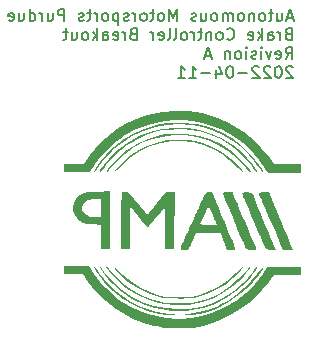
<source format=gbr>
%TF.GenerationSoftware,KiCad,Pcbnew,6.0.4-6f826c9f35~116~ubuntu20.04.1*%
%TF.CreationDate,2022-04-11T15:29:44-04:00*%
%TF.ProjectId,Brake Controller,4272616b-6520-4436-9f6e-74726f6c6c65,A*%
%TF.SameCoordinates,Original*%
%TF.FileFunction,Legend,Bot*%
%TF.FilePolarity,Positive*%
%FSLAX46Y46*%
G04 Gerber Fmt 4.6, Leading zero omitted, Abs format (unit mm)*
G04 Created by KiCad (PCBNEW 6.0.4-6f826c9f35~116~ubuntu20.04.1) date 2022-04-11 15:29:44*
%MOMM*%
%LPD*%
G01*
G04 APERTURE LIST*
%ADD10C,0.150000*%
G04 APERTURE END LIST*
D10*
X154652023Y-91731666D02*
X154175833Y-91731666D01*
X154747261Y-92017380D02*
X154413928Y-91017380D01*
X154080595Y-92017380D01*
X153318690Y-91350714D02*
X153318690Y-92017380D01*
X153747261Y-91350714D02*
X153747261Y-91874523D01*
X153699642Y-91969761D01*
X153604404Y-92017380D01*
X153461547Y-92017380D01*
X153366309Y-91969761D01*
X153318690Y-91922142D01*
X152985357Y-91350714D02*
X152604404Y-91350714D01*
X152842500Y-91017380D02*
X152842500Y-91874523D01*
X152794880Y-91969761D01*
X152699642Y-92017380D01*
X152604404Y-92017380D01*
X152128214Y-92017380D02*
X152223452Y-91969761D01*
X152271071Y-91922142D01*
X152318690Y-91826904D01*
X152318690Y-91541190D01*
X152271071Y-91445952D01*
X152223452Y-91398333D01*
X152128214Y-91350714D01*
X151985357Y-91350714D01*
X151890119Y-91398333D01*
X151842500Y-91445952D01*
X151794880Y-91541190D01*
X151794880Y-91826904D01*
X151842500Y-91922142D01*
X151890119Y-91969761D01*
X151985357Y-92017380D01*
X152128214Y-92017380D01*
X151366309Y-91350714D02*
X151366309Y-92017380D01*
X151366309Y-91445952D02*
X151318690Y-91398333D01*
X151223452Y-91350714D01*
X151080595Y-91350714D01*
X150985357Y-91398333D01*
X150937738Y-91493571D01*
X150937738Y-92017380D01*
X150318690Y-92017380D02*
X150413928Y-91969761D01*
X150461547Y-91922142D01*
X150509166Y-91826904D01*
X150509166Y-91541190D01*
X150461547Y-91445952D01*
X150413928Y-91398333D01*
X150318690Y-91350714D01*
X150175833Y-91350714D01*
X150080595Y-91398333D01*
X150032976Y-91445952D01*
X149985357Y-91541190D01*
X149985357Y-91826904D01*
X150032976Y-91922142D01*
X150080595Y-91969761D01*
X150175833Y-92017380D01*
X150318690Y-92017380D01*
X149556785Y-92017380D02*
X149556785Y-91350714D01*
X149556785Y-91445952D02*
X149509166Y-91398333D01*
X149413928Y-91350714D01*
X149271071Y-91350714D01*
X149175833Y-91398333D01*
X149128214Y-91493571D01*
X149128214Y-92017380D01*
X149128214Y-91493571D02*
X149080595Y-91398333D01*
X148985357Y-91350714D01*
X148842500Y-91350714D01*
X148747261Y-91398333D01*
X148699642Y-91493571D01*
X148699642Y-92017380D01*
X148080595Y-92017380D02*
X148175833Y-91969761D01*
X148223452Y-91922142D01*
X148271071Y-91826904D01*
X148271071Y-91541190D01*
X148223452Y-91445952D01*
X148175833Y-91398333D01*
X148080595Y-91350714D01*
X147937738Y-91350714D01*
X147842500Y-91398333D01*
X147794880Y-91445952D01*
X147747261Y-91541190D01*
X147747261Y-91826904D01*
X147794880Y-91922142D01*
X147842500Y-91969761D01*
X147937738Y-92017380D01*
X148080595Y-92017380D01*
X146890119Y-91350714D02*
X146890119Y-92017380D01*
X147318690Y-91350714D02*
X147318690Y-91874523D01*
X147271071Y-91969761D01*
X147175833Y-92017380D01*
X147032976Y-92017380D01*
X146937738Y-91969761D01*
X146890119Y-91922142D01*
X146461547Y-91969761D02*
X146366309Y-92017380D01*
X146175833Y-92017380D01*
X146080595Y-91969761D01*
X146032976Y-91874523D01*
X146032976Y-91826904D01*
X146080595Y-91731666D01*
X146175833Y-91684047D01*
X146318690Y-91684047D01*
X146413928Y-91636428D01*
X146461547Y-91541190D01*
X146461547Y-91493571D01*
X146413928Y-91398333D01*
X146318690Y-91350714D01*
X146175833Y-91350714D01*
X146080595Y-91398333D01*
X144842500Y-92017380D02*
X144842500Y-91017380D01*
X144509166Y-91731666D01*
X144175833Y-91017380D01*
X144175833Y-92017380D01*
X143556785Y-92017380D02*
X143652023Y-91969761D01*
X143699642Y-91922142D01*
X143747261Y-91826904D01*
X143747261Y-91541190D01*
X143699642Y-91445952D01*
X143652023Y-91398333D01*
X143556785Y-91350714D01*
X143413928Y-91350714D01*
X143318690Y-91398333D01*
X143271071Y-91445952D01*
X143223452Y-91541190D01*
X143223452Y-91826904D01*
X143271071Y-91922142D01*
X143318690Y-91969761D01*
X143413928Y-92017380D01*
X143556785Y-92017380D01*
X142937738Y-91350714D02*
X142556785Y-91350714D01*
X142794880Y-91017380D02*
X142794880Y-91874523D01*
X142747261Y-91969761D01*
X142652023Y-92017380D01*
X142556785Y-92017380D01*
X142080595Y-92017380D02*
X142175833Y-91969761D01*
X142223452Y-91922142D01*
X142271071Y-91826904D01*
X142271071Y-91541190D01*
X142223452Y-91445952D01*
X142175833Y-91398333D01*
X142080595Y-91350714D01*
X141937738Y-91350714D01*
X141842500Y-91398333D01*
X141794880Y-91445952D01*
X141747261Y-91541190D01*
X141747261Y-91826904D01*
X141794880Y-91922142D01*
X141842500Y-91969761D01*
X141937738Y-92017380D01*
X142080595Y-92017380D01*
X141318690Y-92017380D02*
X141318690Y-91350714D01*
X141318690Y-91541190D02*
X141271071Y-91445952D01*
X141223452Y-91398333D01*
X141128214Y-91350714D01*
X141032976Y-91350714D01*
X140747261Y-91969761D02*
X140652023Y-92017380D01*
X140461547Y-92017380D01*
X140366309Y-91969761D01*
X140318690Y-91874523D01*
X140318690Y-91826904D01*
X140366309Y-91731666D01*
X140461547Y-91684047D01*
X140604404Y-91684047D01*
X140699642Y-91636428D01*
X140747261Y-91541190D01*
X140747261Y-91493571D01*
X140699642Y-91398333D01*
X140604404Y-91350714D01*
X140461547Y-91350714D01*
X140366309Y-91398333D01*
X139890119Y-91350714D02*
X139890119Y-92350714D01*
X139890119Y-91398333D02*
X139794880Y-91350714D01*
X139604404Y-91350714D01*
X139509166Y-91398333D01*
X139461547Y-91445952D01*
X139413928Y-91541190D01*
X139413928Y-91826904D01*
X139461547Y-91922142D01*
X139509166Y-91969761D01*
X139604404Y-92017380D01*
X139794880Y-92017380D01*
X139890119Y-91969761D01*
X138842500Y-92017380D02*
X138937738Y-91969761D01*
X138985357Y-91922142D01*
X139032976Y-91826904D01*
X139032976Y-91541190D01*
X138985357Y-91445952D01*
X138937738Y-91398333D01*
X138842500Y-91350714D01*
X138699642Y-91350714D01*
X138604404Y-91398333D01*
X138556785Y-91445952D01*
X138509166Y-91541190D01*
X138509166Y-91826904D01*
X138556785Y-91922142D01*
X138604404Y-91969761D01*
X138699642Y-92017380D01*
X138842500Y-92017380D01*
X138080595Y-92017380D02*
X138080595Y-91350714D01*
X138080595Y-91541190D02*
X138032976Y-91445952D01*
X137985357Y-91398333D01*
X137890119Y-91350714D01*
X137794880Y-91350714D01*
X137604404Y-91350714D02*
X137223452Y-91350714D01*
X137461547Y-91017380D02*
X137461547Y-91874523D01*
X137413928Y-91969761D01*
X137318690Y-92017380D01*
X137223452Y-92017380D01*
X136937738Y-91969761D02*
X136842500Y-92017380D01*
X136652023Y-92017380D01*
X136556785Y-91969761D01*
X136509166Y-91874523D01*
X136509166Y-91826904D01*
X136556785Y-91731666D01*
X136652023Y-91684047D01*
X136794880Y-91684047D01*
X136890119Y-91636428D01*
X136937738Y-91541190D01*
X136937738Y-91493571D01*
X136890119Y-91398333D01*
X136794880Y-91350714D01*
X136652023Y-91350714D01*
X136556785Y-91398333D01*
X135318690Y-92017380D02*
X135318690Y-91017380D01*
X134937738Y-91017380D01*
X134842500Y-91065000D01*
X134794880Y-91112619D01*
X134747261Y-91207857D01*
X134747261Y-91350714D01*
X134794880Y-91445952D01*
X134842500Y-91493571D01*
X134937738Y-91541190D01*
X135318690Y-91541190D01*
X133890119Y-91350714D02*
X133890119Y-92017380D01*
X134318690Y-91350714D02*
X134318690Y-91874523D01*
X134271071Y-91969761D01*
X134175833Y-92017380D01*
X134032976Y-92017380D01*
X133937738Y-91969761D01*
X133890119Y-91922142D01*
X133413928Y-92017380D02*
X133413928Y-91350714D01*
X133413928Y-91541190D02*
X133366309Y-91445952D01*
X133318690Y-91398333D01*
X133223452Y-91350714D01*
X133128214Y-91350714D01*
X132366309Y-92017380D02*
X132366309Y-91017380D01*
X132366309Y-91969761D02*
X132461547Y-92017380D01*
X132652023Y-92017380D01*
X132747261Y-91969761D01*
X132794880Y-91922142D01*
X132842500Y-91826904D01*
X132842500Y-91541190D01*
X132794880Y-91445952D01*
X132747261Y-91398333D01*
X132652023Y-91350714D01*
X132461547Y-91350714D01*
X132366309Y-91398333D01*
X131461547Y-91350714D02*
X131461547Y-92017380D01*
X131890119Y-91350714D02*
X131890119Y-91874523D01*
X131842500Y-91969761D01*
X131747261Y-92017380D01*
X131604404Y-92017380D01*
X131509166Y-91969761D01*
X131461547Y-91922142D01*
X130604404Y-91969761D02*
X130699642Y-92017380D01*
X130890119Y-92017380D01*
X130985357Y-91969761D01*
X131032976Y-91874523D01*
X131032976Y-91493571D01*
X130985357Y-91398333D01*
X130890119Y-91350714D01*
X130699642Y-91350714D01*
X130604404Y-91398333D01*
X130556785Y-91493571D01*
X130556785Y-91588809D01*
X131032976Y-91684047D01*
X154271071Y-93103571D02*
X154128214Y-93151190D01*
X154080595Y-93198809D01*
X154032976Y-93294047D01*
X154032976Y-93436904D01*
X154080595Y-93532142D01*
X154128214Y-93579761D01*
X154223452Y-93627380D01*
X154604404Y-93627380D01*
X154604404Y-92627380D01*
X154271071Y-92627380D01*
X154175833Y-92675000D01*
X154128214Y-92722619D01*
X154080595Y-92817857D01*
X154080595Y-92913095D01*
X154128214Y-93008333D01*
X154175833Y-93055952D01*
X154271071Y-93103571D01*
X154604404Y-93103571D01*
X153604404Y-93627380D02*
X153604404Y-92960714D01*
X153604404Y-93151190D02*
X153556785Y-93055952D01*
X153509166Y-93008333D01*
X153413928Y-92960714D01*
X153318690Y-92960714D01*
X152556785Y-93627380D02*
X152556785Y-93103571D01*
X152604404Y-93008333D01*
X152699642Y-92960714D01*
X152890119Y-92960714D01*
X152985357Y-93008333D01*
X152556785Y-93579761D02*
X152652023Y-93627380D01*
X152890119Y-93627380D01*
X152985357Y-93579761D01*
X153032976Y-93484523D01*
X153032976Y-93389285D01*
X152985357Y-93294047D01*
X152890119Y-93246428D01*
X152652023Y-93246428D01*
X152556785Y-93198809D01*
X152080595Y-93627380D02*
X152080595Y-92627380D01*
X151985357Y-93246428D02*
X151699642Y-93627380D01*
X151699642Y-92960714D02*
X152080595Y-93341666D01*
X150890119Y-93579761D02*
X150985357Y-93627380D01*
X151175833Y-93627380D01*
X151271071Y-93579761D01*
X151318690Y-93484523D01*
X151318690Y-93103571D01*
X151271071Y-93008333D01*
X151175833Y-92960714D01*
X150985357Y-92960714D01*
X150890119Y-93008333D01*
X150842500Y-93103571D01*
X150842500Y-93198809D01*
X151318690Y-93294047D01*
X149080595Y-93532142D02*
X149128214Y-93579761D01*
X149271071Y-93627380D01*
X149366309Y-93627380D01*
X149509166Y-93579761D01*
X149604404Y-93484523D01*
X149652023Y-93389285D01*
X149699642Y-93198809D01*
X149699642Y-93055952D01*
X149652023Y-92865476D01*
X149604404Y-92770238D01*
X149509166Y-92675000D01*
X149366309Y-92627380D01*
X149271071Y-92627380D01*
X149128214Y-92675000D01*
X149080595Y-92722619D01*
X148509166Y-93627380D02*
X148604404Y-93579761D01*
X148652023Y-93532142D01*
X148699642Y-93436904D01*
X148699642Y-93151190D01*
X148652023Y-93055952D01*
X148604404Y-93008333D01*
X148509166Y-92960714D01*
X148366309Y-92960714D01*
X148271071Y-93008333D01*
X148223452Y-93055952D01*
X148175833Y-93151190D01*
X148175833Y-93436904D01*
X148223452Y-93532142D01*
X148271071Y-93579761D01*
X148366309Y-93627380D01*
X148509166Y-93627380D01*
X147747261Y-92960714D02*
X147747261Y-93627380D01*
X147747261Y-93055952D02*
X147699642Y-93008333D01*
X147604404Y-92960714D01*
X147461547Y-92960714D01*
X147366309Y-93008333D01*
X147318690Y-93103571D01*
X147318690Y-93627380D01*
X146985357Y-92960714D02*
X146604404Y-92960714D01*
X146842500Y-92627380D02*
X146842500Y-93484523D01*
X146794880Y-93579761D01*
X146699642Y-93627380D01*
X146604404Y-93627380D01*
X146271071Y-93627380D02*
X146271071Y-92960714D01*
X146271071Y-93151190D02*
X146223452Y-93055952D01*
X146175833Y-93008333D01*
X146080595Y-92960714D01*
X145985357Y-92960714D01*
X145509166Y-93627380D02*
X145604404Y-93579761D01*
X145652023Y-93532142D01*
X145699642Y-93436904D01*
X145699642Y-93151190D01*
X145652023Y-93055952D01*
X145604404Y-93008333D01*
X145509166Y-92960714D01*
X145366309Y-92960714D01*
X145271071Y-93008333D01*
X145223452Y-93055952D01*
X145175833Y-93151190D01*
X145175833Y-93436904D01*
X145223452Y-93532142D01*
X145271071Y-93579761D01*
X145366309Y-93627380D01*
X145509166Y-93627380D01*
X144604404Y-93627380D02*
X144699642Y-93579761D01*
X144747261Y-93484523D01*
X144747261Y-92627380D01*
X144080595Y-93627380D02*
X144175833Y-93579761D01*
X144223452Y-93484523D01*
X144223452Y-92627380D01*
X143318690Y-93579761D02*
X143413928Y-93627380D01*
X143604404Y-93627380D01*
X143699642Y-93579761D01*
X143747261Y-93484523D01*
X143747261Y-93103571D01*
X143699642Y-93008333D01*
X143604404Y-92960714D01*
X143413928Y-92960714D01*
X143318690Y-93008333D01*
X143271071Y-93103571D01*
X143271071Y-93198809D01*
X143747261Y-93294047D01*
X142842500Y-93627380D02*
X142842500Y-92960714D01*
X142842500Y-93151190D02*
X142794880Y-93055952D01*
X142747261Y-93008333D01*
X142652023Y-92960714D01*
X142556785Y-92960714D01*
X141128214Y-93103571D02*
X140985357Y-93151190D01*
X140937738Y-93198809D01*
X140890119Y-93294047D01*
X140890119Y-93436904D01*
X140937738Y-93532142D01*
X140985357Y-93579761D01*
X141080595Y-93627380D01*
X141461547Y-93627380D01*
X141461547Y-92627380D01*
X141128214Y-92627380D01*
X141032976Y-92675000D01*
X140985357Y-92722619D01*
X140937738Y-92817857D01*
X140937738Y-92913095D01*
X140985357Y-93008333D01*
X141032976Y-93055952D01*
X141128214Y-93103571D01*
X141461547Y-93103571D01*
X140461547Y-93627380D02*
X140461547Y-92960714D01*
X140461547Y-93151190D02*
X140413928Y-93055952D01*
X140366309Y-93008333D01*
X140271071Y-92960714D01*
X140175833Y-92960714D01*
X139461547Y-93579761D02*
X139556785Y-93627380D01*
X139747261Y-93627380D01*
X139842500Y-93579761D01*
X139890119Y-93484523D01*
X139890119Y-93103571D01*
X139842500Y-93008333D01*
X139747261Y-92960714D01*
X139556785Y-92960714D01*
X139461547Y-93008333D01*
X139413928Y-93103571D01*
X139413928Y-93198809D01*
X139890119Y-93294047D01*
X138556785Y-93627380D02*
X138556785Y-93103571D01*
X138604404Y-93008333D01*
X138699642Y-92960714D01*
X138890119Y-92960714D01*
X138985357Y-93008333D01*
X138556785Y-93579761D02*
X138652023Y-93627380D01*
X138890119Y-93627380D01*
X138985357Y-93579761D01*
X139032976Y-93484523D01*
X139032976Y-93389285D01*
X138985357Y-93294047D01*
X138890119Y-93246428D01*
X138652023Y-93246428D01*
X138556785Y-93198809D01*
X138080595Y-93627380D02*
X138080595Y-92627380D01*
X137985357Y-93246428D02*
X137699642Y-93627380D01*
X137699642Y-92960714D02*
X138080595Y-93341666D01*
X137128214Y-93627380D02*
X137223452Y-93579761D01*
X137271071Y-93532142D01*
X137318690Y-93436904D01*
X137318690Y-93151190D01*
X137271071Y-93055952D01*
X137223452Y-93008333D01*
X137128214Y-92960714D01*
X136985357Y-92960714D01*
X136890119Y-93008333D01*
X136842500Y-93055952D01*
X136794880Y-93151190D01*
X136794880Y-93436904D01*
X136842500Y-93532142D01*
X136890119Y-93579761D01*
X136985357Y-93627380D01*
X137128214Y-93627380D01*
X135937738Y-92960714D02*
X135937738Y-93627380D01*
X136366309Y-92960714D02*
X136366309Y-93484523D01*
X136318690Y-93579761D01*
X136223452Y-93627380D01*
X136080595Y-93627380D01*
X135985357Y-93579761D01*
X135937738Y-93532142D01*
X135604404Y-92960714D02*
X135223452Y-92960714D01*
X135461547Y-92627380D02*
X135461547Y-93484523D01*
X135413928Y-93579761D01*
X135318690Y-93627380D01*
X135223452Y-93627380D01*
X154032976Y-95237380D02*
X154366309Y-94761190D01*
X154604404Y-95237380D02*
X154604404Y-94237380D01*
X154223452Y-94237380D01*
X154128214Y-94285000D01*
X154080595Y-94332619D01*
X154032976Y-94427857D01*
X154032976Y-94570714D01*
X154080595Y-94665952D01*
X154128214Y-94713571D01*
X154223452Y-94761190D01*
X154604404Y-94761190D01*
X153223452Y-95189761D02*
X153318690Y-95237380D01*
X153509166Y-95237380D01*
X153604404Y-95189761D01*
X153652023Y-95094523D01*
X153652023Y-94713571D01*
X153604404Y-94618333D01*
X153509166Y-94570714D01*
X153318690Y-94570714D01*
X153223452Y-94618333D01*
X153175833Y-94713571D01*
X153175833Y-94808809D01*
X153652023Y-94904047D01*
X152842500Y-94570714D02*
X152604404Y-95237380D01*
X152366309Y-94570714D01*
X151985357Y-95237380D02*
X151985357Y-94570714D01*
X151985357Y-94237380D02*
X152032976Y-94285000D01*
X151985357Y-94332619D01*
X151937738Y-94285000D01*
X151985357Y-94237380D01*
X151985357Y-94332619D01*
X151556785Y-95189761D02*
X151461547Y-95237380D01*
X151271071Y-95237380D01*
X151175833Y-95189761D01*
X151128214Y-95094523D01*
X151128214Y-95046904D01*
X151175833Y-94951666D01*
X151271071Y-94904047D01*
X151413928Y-94904047D01*
X151509166Y-94856428D01*
X151556785Y-94761190D01*
X151556785Y-94713571D01*
X151509166Y-94618333D01*
X151413928Y-94570714D01*
X151271071Y-94570714D01*
X151175833Y-94618333D01*
X150699642Y-95237380D02*
X150699642Y-94570714D01*
X150699642Y-94237380D02*
X150747261Y-94285000D01*
X150699642Y-94332619D01*
X150652023Y-94285000D01*
X150699642Y-94237380D01*
X150699642Y-94332619D01*
X150080595Y-95237380D02*
X150175833Y-95189761D01*
X150223452Y-95142142D01*
X150271071Y-95046904D01*
X150271071Y-94761190D01*
X150223452Y-94665952D01*
X150175833Y-94618333D01*
X150080595Y-94570714D01*
X149937738Y-94570714D01*
X149842500Y-94618333D01*
X149794880Y-94665952D01*
X149747261Y-94761190D01*
X149747261Y-95046904D01*
X149794880Y-95142142D01*
X149842500Y-95189761D01*
X149937738Y-95237380D01*
X150080595Y-95237380D01*
X149318690Y-94570714D02*
X149318690Y-95237380D01*
X149318690Y-94665952D02*
X149271071Y-94618333D01*
X149175833Y-94570714D01*
X149032976Y-94570714D01*
X148937738Y-94618333D01*
X148890119Y-94713571D01*
X148890119Y-95237380D01*
X147699642Y-94951666D02*
X147223452Y-94951666D01*
X147794880Y-95237380D02*
X147461547Y-94237380D01*
X147128214Y-95237380D01*
X154652023Y-95942619D02*
X154604404Y-95895000D01*
X154509166Y-95847380D01*
X154271071Y-95847380D01*
X154175833Y-95895000D01*
X154128214Y-95942619D01*
X154080595Y-96037857D01*
X154080595Y-96133095D01*
X154128214Y-96275952D01*
X154699642Y-96847380D01*
X154080595Y-96847380D01*
X153461547Y-95847380D02*
X153366309Y-95847380D01*
X153271071Y-95895000D01*
X153223452Y-95942619D01*
X153175833Y-96037857D01*
X153128214Y-96228333D01*
X153128214Y-96466428D01*
X153175833Y-96656904D01*
X153223452Y-96752142D01*
X153271071Y-96799761D01*
X153366309Y-96847380D01*
X153461547Y-96847380D01*
X153556785Y-96799761D01*
X153604404Y-96752142D01*
X153652023Y-96656904D01*
X153699642Y-96466428D01*
X153699642Y-96228333D01*
X153652023Y-96037857D01*
X153604404Y-95942619D01*
X153556785Y-95895000D01*
X153461547Y-95847380D01*
X152747261Y-95942619D02*
X152699642Y-95895000D01*
X152604404Y-95847380D01*
X152366309Y-95847380D01*
X152271071Y-95895000D01*
X152223452Y-95942619D01*
X152175833Y-96037857D01*
X152175833Y-96133095D01*
X152223452Y-96275952D01*
X152794880Y-96847380D01*
X152175833Y-96847380D01*
X151794880Y-95942619D02*
X151747261Y-95895000D01*
X151652023Y-95847380D01*
X151413928Y-95847380D01*
X151318690Y-95895000D01*
X151271071Y-95942619D01*
X151223452Y-96037857D01*
X151223452Y-96133095D01*
X151271071Y-96275952D01*
X151842500Y-96847380D01*
X151223452Y-96847380D01*
X150794880Y-96466428D02*
X150032976Y-96466428D01*
X149366309Y-95847380D02*
X149271071Y-95847380D01*
X149175833Y-95895000D01*
X149128214Y-95942619D01*
X149080595Y-96037857D01*
X149032976Y-96228333D01*
X149032976Y-96466428D01*
X149080595Y-96656904D01*
X149128214Y-96752142D01*
X149175833Y-96799761D01*
X149271071Y-96847380D01*
X149366309Y-96847380D01*
X149461547Y-96799761D01*
X149509166Y-96752142D01*
X149556785Y-96656904D01*
X149604404Y-96466428D01*
X149604404Y-96228333D01*
X149556785Y-96037857D01*
X149509166Y-95942619D01*
X149461547Y-95895000D01*
X149366309Y-95847380D01*
X148175833Y-96180714D02*
X148175833Y-96847380D01*
X148413928Y-95799761D02*
X148652023Y-96514047D01*
X148032976Y-96514047D01*
X147652023Y-96466428D02*
X146890119Y-96466428D01*
X145890119Y-96847380D02*
X146461547Y-96847380D01*
X146175833Y-96847380D02*
X146175833Y-95847380D01*
X146271071Y-95990238D01*
X146366309Y-96085476D01*
X146461547Y-96133095D01*
X144937738Y-96847380D02*
X145509166Y-96847380D01*
X145223452Y-96847380D02*
X145223452Y-95847380D01*
X145318690Y-95990238D01*
X145413928Y-96085476D01*
X145509166Y-96133095D01*
%TO.C,G\u002A\u002A\u002A*%
G36*
X145727830Y-101099615D02*
G01*
X145750381Y-101101626D01*
X146792236Y-101265860D01*
X147786767Y-101563611D01*
X148725860Y-101991199D01*
X149601402Y-102544942D01*
X150405278Y-103221162D01*
X150510689Y-103324693D01*
X150783531Y-103610101D01*
X151048248Y-103908711D01*
X151286341Y-104197533D01*
X151479312Y-104453577D01*
X151608660Y-104653852D01*
X151655887Y-104775370D01*
X151648875Y-104811455D01*
X151587122Y-104802183D01*
X151467738Y-104677257D01*
X151298141Y-104443557D01*
X151218902Y-104333608D01*
X151016268Y-104081519D01*
X150768067Y-103796805D01*
X150511099Y-103522527D01*
X150039039Y-103072597D01*
X149326227Y-102513624D01*
X148558392Y-102053634D01*
X147709810Y-101677900D01*
X146754761Y-101371693D01*
X146566193Y-101327305D01*
X146058946Y-101251459D01*
X145472956Y-101209395D01*
X144850010Y-101201044D01*
X144231894Y-101226337D01*
X143660394Y-101285205D01*
X143177296Y-101377581D01*
X142416073Y-101614668D01*
X141546860Y-101982001D01*
X140747238Y-102423493D01*
X140469812Y-102616257D01*
X140079416Y-102929197D01*
X139674415Y-103290907D01*
X139288412Y-103669628D01*
X138955007Y-104033602D01*
X138707801Y-104351070D01*
X138644662Y-104442515D01*
X138473514Y-104668313D01*
X138357243Y-104777936D01*
X138287566Y-104779838D01*
X138283741Y-104767964D01*
X138327783Y-104666192D01*
X138448906Y-104486611D01*
X138630814Y-104249810D01*
X138857207Y-103976379D01*
X139111788Y-103686907D01*
X139378259Y-103401983D01*
X139912931Y-102898154D01*
X140741332Y-102278924D01*
X141635659Y-101783992D01*
X142588690Y-101415978D01*
X143593209Y-101177499D01*
X144641995Y-101071172D01*
X145727830Y-101099615D01*
G37*
G36*
X153570130Y-108769239D02*
G01*
X153729592Y-109148977D01*
X153945898Y-109665086D01*
X154142055Y-110134268D01*
X154310982Y-110539533D01*
X154445603Y-110863889D01*
X154538837Y-111090347D01*
X154583607Y-111201915D01*
X154657416Y-111398676D01*
X154241376Y-111398676D01*
X154039974Y-111395202D01*
X153886028Y-111372285D01*
X153798347Y-111313349D01*
X153734478Y-111201915D01*
X153677161Y-111073816D01*
X153558237Y-110799965D01*
X153392525Y-110412959D01*
X153184575Y-109923477D01*
X152938936Y-109342199D01*
X152660155Y-108679803D01*
X152499134Y-108298021D01*
X152326118Y-107890430D01*
X152166715Y-107517317D01*
X152041697Y-107227464D01*
X152000793Y-107132455D01*
X151897720Y-106883110D01*
X151825930Y-106694433D01*
X151798986Y-106601408D01*
X151841530Y-106571494D01*
X151992388Y-106543950D01*
X152214723Y-106533324D01*
X152630461Y-106533324D01*
X153570130Y-108769239D01*
G37*
G36*
X145833103Y-99640809D02*
G01*
X146952616Y-99811712D01*
X148044523Y-100120311D01*
X149101838Y-100565577D01*
X150117578Y-101146479D01*
X150513356Y-101429167D01*
X151004709Y-101833101D01*
X151499327Y-102288426D01*
X151965524Y-102764214D01*
X152371615Y-103229536D01*
X152685913Y-103653465D01*
X153026313Y-104172197D01*
X155304901Y-104172197D01*
X155304901Y-104887690D01*
X152526753Y-104887690D01*
X152298588Y-104516874D01*
X152205385Y-104372910D01*
X151965948Y-104036848D01*
X151675820Y-103659914D01*
X151367060Y-103283117D01*
X151071728Y-102947470D01*
X150678027Y-102563720D01*
X150054849Y-102069792D01*
X149347359Y-101610822D01*
X148589072Y-101206089D01*
X147813505Y-100874873D01*
X147054174Y-100636453D01*
X146621816Y-100540492D01*
X145557524Y-100405189D01*
X144483239Y-100405696D01*
X143414718Y-100539462D01*
X142367716Y-100803931D01*
X141357989Y-101196551D01*
X140401290Y-101714768D01*
X140007976Y-101989411D01*
X139532196Y-102377981D01*
X139048718Y-102822555D01*
X138590379Y-103291122D01*
X138190014Y-103751672D01*
X137880459Y-104172197D01*
X137809780Y-104279782D01*
X137652629Y-104510079D01*
X137527593Y-104681268D01*
X137456861Y-104762433D01*
X137435287Y-104769960D01*
X137291909Y-104786016D01*
X137043877Y-104796668D01*
X136718813Y-104801028D01*
X136344338Y-104798208D01*
X135306873Y-104780366D01*
X135285066Y-104440507D01*
X135263258Y-104100648D01*
X136967287Y-104100648D01*
X137288468Y-103617690D01*
X137462854Y-103371850D01*
X137867112Y-102876778D01*
X138339715Y-102371452D01*
X138843556Y-101894431D01*
X139341527Y-101484277D01*
X139540421Y-101341179D01*
X140049481Y-101016994D01*
X140621223Y-100698118D01*
X141212685Y-100406357D01*
X141780907Y-100163514D01*
X142282930Y-99991394D01*
X142378778Y-99964576D01*
X143539198Y-99716211D01*
X144692968Y-99608632D01*
X145833103Y-99640809D01*
G37*
G36*
X145867677Y-102122680D02*
G01*
X146784246Y-102299144D01*
X147659753Y-102593326D01*
X148471944Y-103003713D01*
X148499352Y-103020498D01*
X148779017Y-103208890D01*
X149089705Y-103443042D01*
X149410543Y-103704268D01*
X149720660Y-103973881D01*
X149999181Y-104233196D01*
X150225235Y-104463524D01*
X150377950Y-104646181D01*
X150436452Y-104762479D01*
X150436158Y-104783778D01*
X150415149Y-104806500D01*
X150353365Y-104773794D01*
X150236206Y-104673727D01*
X150049072Y-104494366D01*
X149777364Y-104223779D01*
X149577910Y-104030103D01*
X149285337Y-103764561D01*
X149010543Y-103533983D01*
X148793620Y-103373040D01*
X148071238Y-102952169D01*
X147164155Y-102561771D01*
X146240126Y-102306794D01*
X145309449Y-102186218D01*
X144382421Y-102199023D01*
X143469342Y-102344190D01*
X142580508Y-102620696D01*
X141726217Y-103027524D01*
X140916769Y-103563652D01*
X140162459Y-104228060D01*
X140152147Y-104238427D01*
X139923395Y-104459862D01*
X139736446Y-104625201D01*
X139610325Y-104718663D01*
X139564056Y-104724465D01*
X139565171Y-104717270D01*
X139628251Y-104617936D01*
X139773963Y-104446888D01*
X139982560Y-104226128D01*
X140234297Y-103977658D01*
X140377710Y-103843286D01*
X140985100Y-103340292D01*
X141616239Y-102932642D01*
X142322476Y-102586119D01*
X143094146Y-102314702D01*
X144000373Y-102128947D01*
X144932301Y-102065444D01*
X145867677Y-102122680D01*
G37*
G36*
X149545183Y-106533523D02*
G01*
X149702097Y-106909057D01*
X149731641Y-106979568D01*
X149835035Y-107225142D01*
X149973769Y-107553619D01*
X150133345Y-107930692D01*
X150299262Y-108322056D01*
X150380535Y-108513633D01*
X150563003Y-108944075D01*
X150754001Y-109395003D01*
X150944329Y-109844668D01*
X151124793Y-110271324D01*
X151286194Y-110653222D01*
X151419335Y-110968614D01*
X151515020Y-111195752D01*
X151564052Y-111312889D01*
X151568832Y-111329835D01*
X151534846Y-111372901D01*
X151403431Y-111389813D01*
X151152348Y-111384438D01*
X150702247Y-111362901D01*
X150493722Y-110862056D01*
X150303343Y-110406189D01*
X150048254Y-109798175D01*
X149763049Y-109120748D01*
X149461579Y-108406800D01*
X149157692Y-107689226D01*
X149071850Y-107485565D01*
X148933421Y-107151151D01*
X148822600Y-106875649D01*
X148749033Y-106683238D01*
X148722366Y-106598099D01*
X148763411Y-106569989D01*
X148912748Y-106543581D01*
X149133775Y-106533423D01*
X149545183Y-106533523D01*
G37*
G36*
X140479897Y-106461791D02*
G01*
X140586112Y-106466118D01*
X140677900Y-106488971D01*
X140772463Y-106545965D01*
X140887002Y-106652717D01*
X141038721Y-106824845D01*
X141244822Y-107077963D01*
X141522506Y-107427690D01*
X141728316Y-107684793D01*
X141960635Y-107967460D01*
X142152172Y-108192012D01*
X142287251Y-108340159D01*
X142350198Y-108393606D01*
X142387339Y-108366150D01*
X142503885Y-108244025D01*
X142681088Y-108041087D01*
X142902837Y-107775930D01*
X143153021Y-107467146D01*
X143892789Y-106540686D01*
X144268423Y-106537005D01*
X144644056Y-106533324D01*
X144643869Y-107481352D01*
X144642011Y-107797104D01*
X144635531Y-108269999D01*
X144625242Y-108804173D01*
X144612019Y-109355101D01*
X144596737Y-109878253D01*
X144549794Y-111327127D01*
X143859471Y-111327127D01*
X143840355Y-109532583D01*
X143821240Y-107738040D01*
X143141313Y-108578662D01*
X143021902Y-108725168D01*
X142790082Y-109002906D01*
X142593884Y-109229215D01*
X142451069Y-109383862D01*
X142379398Y-109446614D01*
X142355190Y-109446293D01*
X142290454Y-109407581D01*
X142188366Y-109310871D01*
X142039064Y-109144990D01*
X141832688Y-108898761D01*
X141559375Y-108561008D01*
X141209264Y-108120557D01*
X140851944Y-107668635D01*
X140851944Y-111327127D01*
X140064901Y-111327127D01*
X140065089Y-110343324D01*
X140066892Y-110023404D01*
X140073344Y-109539529D01*
X140083639Y-108995692D01*
X140096892Y-108437522D01*
X140112221Y-107910648D01*
X140159164Y-106461775D01*
X140458516Y-106461775D01*
X140479897Y-106461791D01*
G37*
G36*
X149357030Y-110204937D02*
G01*
X149549996Y-110674574D01*
X149686930Y-111018452D01*
X149768558Y-111238368D01*
X149795606Y-111336119D01*
X149773734Y-111357842D01*
X149647344Y-111387177D01*
X149445901Y-111398676D01*
X149096196Y-111398676D01*
X148815479Y-110701070D01*
X148534761Y-110003465D01*
X147499451Y-109983754D01*
X146464141Y-109964044D01*
X146185767Y-110591923D01*
X146116407Y-110746461D01*
X145994630Y-111008570D01*
X145896794Y-111207523D01*
X145839358Y-111309239D01*
X145809414Y-111333169D01*
X145660024Y-111380048D01*
X145450356Y-111398676D01*
X145333624Y-111397676D01*
X145198640Y-111381808D01*
X145156582Y-111329549D01*
X145174379Y-111219418D01*
X145201494Y-111137187D01*
X145283336Y-110931717D01*
X145401276Y-110658551D01*
X145539882Y-110354213D01*
X145642391Y-110133256D01*
X145755094Y-109885865D01*
X145831967Y-109711551D01*
X145860394Y-109638483D01*
X145860832Y-109636139D01*
X145896312Y-109550139D01*
X145980405Y-109363522D01*
X146039705Y-109235309D01*
X146809228Y-109235309D01*
X147131840Y-109279528D01*
X147234126Y-109291570D01*
X147537153Y-109314602D01*
X147834812Y-109323746D01*
X148215174Y-109323746D01*
X148119877Y-109055437D01*
X148007005Y-108752572D01*
X147875827Y-108429413D01*
X147748374Y-108140488D01*
X147636227Y-107910753D01*
X147550967Y-107765166D01*
X147504176Y-107728683D01*
X147467624Y-107791277D01*
X147382529Y-107963034D01*
X147265744Y-108212478D01*
X147131219Y-108510373D01*
X146809228Y-109235309D01*
X146039705Y-109235309D01*
X146101473Y-109101762D01*
X146247879Y-108790334D01*
X146256829Y-108771418D01*
X146408047Y-108448011D01*
X146538225Y-108162841D01*
X146633743Y-107946168D01*
X146680977Y-107828251D01*
X146694132Y-107792084D01*
X146765254Y-107625513D01*
X146875730Y-107384821D01*
X147007875Y-107108929D01*
X147026059Y-107071733D01*
X147156346Y-106811558D01*
X147250933Y-106652576D01*
X147333629Y-106569946D01*
X147428241Y-106538831D01*
X147558579Y-106534392D01*
X147828000Y-106535461D01*
X148127312Y-107267773D01*
X148156358Y-107338678D01*
X148307904Y-107705519D01*
X148490377Y-108143539D01*
X148683358Y-108603847D01*
X148866427Y-109037549D01*
X148987330Y-109323746D01*
X149107305Y-109607744D01*
X149357030Y-110204937D01*
G37*
G36*
X138962364Y-112861581D02*
G01*
X139117149Y-113019520D01*
X139336235Y-113273031D01*
X140027768Y-114011098D01*
X140786989Y-114631165D01*
X141623753Y-115138992D01*
X142548288Y-115540785D01*
X143570817Y-115842748D01*
X143848061Y-115888233D01*
X144255861Y-115920999D01*
X144728981Y-115935261D01*
X145227115Y-115931405D01*
X145709961Y-115909816D01*
X146137212Y-115870881D01*
X146468563Y-115814986D01*
X147445370Y-115520932D01*
X148385352Y-115100056D01*
X149245937Y-114560795D01*
X150031113Y-113900634D01*
X150744863Y-113117058D01*
X150861430Y-112981580D01*
X150981855Y-112866597D01*
X151045364Y-112839232D01*
X151049279Y-112856187D01*
X150999374Y-112963600D01*
X150875373Y-113141918D01*
X150696168Y-113367974D01*
X150480656Y-113618602D01*
X150247729Y-113870638D01*
X150016285Y-114100916D01*
X149620141Y-114445756D01*
X148826417Y-115001352D01*
X147957499Y-115457590D01*
X147042571Y-115800168D01*
X146110817Y-116014786D01*
X145963519Y-116036742D01*
X145284918Y-116101667D01*
X144629156Y-116094983D01*
X143922828Y-116016757D01*
X143291654Y-115894227D01*
X142321648Y-115593300D01*
X141408836Y-115169380D01*
X140566115Y-114629975D01*
X139806385Y-113982590D01*
X139142543Y-113234732D01*
X139126040Y-113213191D01*
X138953717Y-112975019D01*
X138873658Y-112837948D01*
X138878870Y-112800596D01*
X138962364Y-112861581D01*
G37*
G36*
X137891494Y-112878200D02*
G01*
X138039302Y-113058844D01*
X138247342Y-113344290D01*
X138647102Y-113866263D01*
X139333465Y-114596504D01*
X140101643Y-115245559D01*
X140926296Y-115792831D01*
X141782085Y-116217720D01*
X142095773Y-116341018D01*
X143150574Y-116662124D01*
X144206543Y-116840444D01*
X145261072Y-116876015D01*
X146311557Y-116768871D01*
X147355391Y-116519050D01*
X148389968Y-116126587D01*
X148439537Y-116103964D01*
X149159756Y-115715128D01*
X149872266Y-115226082D01*
X150543343Y-114664846D01*
X151139263Y-114059436D01*
X151626301Y-113437870D01*
X151650873Y-113401805D01*
X151875119Y-113086423D01*
X152032874Y-112894325D01*
X152126094Y-112823423D01*
X152156732Y-112871631D01*
X152153021Y-112892071D01*
X152084790Y-113025118D01*
X151944646Y-113234479D01*
X151751001Y-113496540D01*
X151522262Y-113787689D01*
X151276840Y-114084314D01*
X151033144Y-114362802D01*
X150809582Y-114599540D01*
X150726048Y-114681978D01*
X149950604Y-115340660D01*
X149082964Y-115908170D01*
X148148678Y-116371614D01*
X147173295Y-116718097D01*
X146182366Y-116934727D01*
X146096774Y-116941638D01*
X145872173Y-116948301D01*
X145553735Y-116950960D01*
X145170468Y-116949436D01*
X144751380Y-116943550D01*
X144457920Y-116936330D01*
X143906233Y-116909013D01*
X143440769Y-116860645D01*
X143022917Y-116784981D01*
X142614067Y-116675771D01*
X142175606Y-116526770D01*
X142159999Y-116521028D01*
X141172679Y-116085052D01*
X140257218Y-115535774D01*
X139426379Y-114883199D01*
X138692924Y-114137332D01*
X138069616Y-113308176D01*
X138017404Y-113226982D01*
X137866873Y-112976750D01*
X137799539Y-112835987D01*
X137809659Y-112803526D01*
X137891494Y-112878200D01*
G37*
G36*
X138371616Y-112848835D02*
G01*
X138497948Y-112994891D01*
X138655178Y-113202002D01*
X138704746Y-113270038D01*
X139387728Y-114081261D01*
X140155596Y-114779995D01*
X140999717Y-115361824D01*
X141911455Y-115822328D01*
X142882177Y-116157087D01*
X143903246Y-116361684D01*
X144966028Y-116431698D01*
X145870939Y-116385287D01*
X146894212Y-116207620D01*
X147864253Y-115897143D01*
X148780428Y-115454117D01*
X149642107Y-114878803D01*
X150448657Y-114171461D01*
X150568224Y-114049696D01*
X150834281Y-113760508D01*
X151077282Y-113474440D01*
X151256372Y-113238670D01*
X151375561Y-113071919D01*
X151526672Y-112891441D01*
X151622427Y-112823551D01*
X151655887Y-112874572D01*
X151614314Y-112970632D01*
X151492362Y-113150345D01*
X151309575Y-113387103D01*
X151085644Y-113657195D01*
X150840258Y-113936911D01*
X150593110Y-114202540D01*
X150363888Y-114430371D01*
X149824234Y-114897826D01*
X148967835Y-115490881D01*
X148049947Y-115956489D01*
X147064295Y-116297652D01*
X146004606Y-116517374D01*
X145730124Y-116554841D01*
X145286631Y-116597918D01*
X144883110Y-116605901D01*
X144459999Y-116578764D01*
X143957740Y-116516482D01*
X142980047Y-116322475D01*
X141987424Y-115995255D01*
X141066019Y-115545023D01*
X140211283Y-114969525D01*
X139418665Y-114266506D01*
X139290529Y-114134841D01*
X139020051Y-113839557D01*
X138770332Y-113545505D01*
X138556991Y-113273132D01*
X138395645Y-113042888D01*
X138301911Y-112875219D01*
X138291407Y-112790574D01*
X138298578Y-112789166D01*
X138371616Y-112848835D01*
G37*
G36*
X150859898Y-106533744D02*
G01*
X151078943Y-106546962D01*
X151197130Y-106585510D01*
X151248000Y-106658535D01*
X151263987Y-106703047D01*
X151330919Y-106871493D01*
X151437737Y-107131244D01*
X151573758Y-107456438D01*
X151728298Y-107821211D01*
X151873502Y-108162138D01*
X152160252Y-108837005D01*
X152422009Y-109455216D01*
X152652472Y-110001809D01*
X152845341Y-110461820D01*
X152994315Y-110820284D01*
X153093091Y-111062239D01*
X153230582Y-111405520D01*
X152791486Y-111384211D01*
X152352390Y-111362901D01*
X152048786Y-110647408D01*
X151916476Y-110335199D01*
X151735091Y-109906437D01*
X151544201Y-109454593D01*
X151368274Y-109037549D01*
X151215995Y-108676399D01*
X151023352Y-108219914D01*
X150836250Y-107776916D01*
X150679683Y-107406604D01*
X150571814Y-107147440D01*
X150466227Y-106883499D01*
X150394467Y-106691709D01*
X150368000Y-106601674D01*
X150412367Y-106571222D01*
X150565042Y-106543866D01*
X150788951Y-106533324D01*
X150859898Y-106533744D01*
G37*
G36*
X139634201Y-112903639D02*
G01*
X139835950Y-113079764D01*
X140125937Y-113359751D01*
X140304805Y-113533985D01*
X141019405Y-114139757D01*
X141762894Y-114621578D01*
X142561671Y-114994687D01*
X143442134Y-115274326D01*
X143906906Y-115365201D01*
X144564492Y-115426881D01*
X145257806Y-115430984D01*
X145933972Y-115377634D01*
X146540113Y-115266958D01*
X147409590Y-114987852D01*
X148291355Y-114563210D01*
X149104052Y-114013308D01*
X149846828Y-113338642D01*
X150012073Y-113171199D01*
X150203884Y-112990230D01*
X150343142Y-112875076D01*
X150407544Y-112845356D01*
X150409898Y-112848662D01*
X150378799Y-112929177D01*
X150261252Y-113080543D01*
X150077644Y-113282647D01*
X149848363Y-113515374D01*
X149593795Y-113758610D01*
X149334327Y-113992240D01*
X149090348Y-114196151D01*
X148882244Y-114350229D01*
X148258402Y-114725960D01*
X147572729Y-115059608D01*
X146893754Y-115314986D01*
X146261994Y-115474706D01*
X146195167Y-115484166D01*
X145945069Y-115503400D01*
X145602877Y-115515937D01*
X145204828Y-115520741D01*
X144787155Y-115516781D01*
X144417611Y-115506705D01*
X144009573Y-115485795D01*
X143684742Y-115453268D01*
X143408527Y-115405362D01*
X143146334Y-115338314D01*
X142422455Y-115084236D01*
X141533727Y-114644258D01*
X140719088Y-114089466D01*
X139995121Y-113429902D01*
X139781586Y-113199155D01*
X139594382Y-112979135D01*
X139509816Y-112855255D01*
X139524289Y-112829446D01*
X139634201Y-112903639D01*
G37*
G36*
X145620623Y-101589348D02*
G01*
X146188725Y-101644761D01*
X146673103Y-101732092D01*
X146720581Y-101743721D01*
X147647804Y-102042403D01*
X148536751Y-102462206D01*
X149359651Y-102987908D01*
X150088732Y-103604287D01*
X150241753Y-103757146D01*
X150490657Y-104019416D01*
X150719579Y-104275601D01*
X150908223Y-104501922D01*
X151036293Y-104674598D01*
X151083493Y-104769848D01*
X151073041Y-104811763D01*
X150999668Y-104799840D01*
X150861948Y-104674280D01*
X150666746Y-104440507D01*
X150579580Y-104330343D01*
X149909793Y-103611837D01*
X149152789Y-102998228D01*
X148322764Y-102494773D01*
X147433914Y-102106730D01*
X146500437Y-101839357D01*
X145536529Y-101697910D01*
X144556385Y-101687648D01*
X143574203Y-101813827D01*
X142832477Y-101997027D01*
X141989779Y-102306694D01*
X141208143Y-102719026D01*
X140471656Y-103244127D01*
X139764406Y-103892098D01*
X139070480Y-104673042D01*
X139055248Y-104691350D01*
X138959297Y-104778548D01*
X138922493Y-104751960D01*
X138947452Y-104677063D01*
X139043473Y-104516312D01*
X139187271Y-104322665D01*
X139811350Y-103638436D01*
X140593948Y-102975219D01*
X141457608Y-102429915D01*
X142402230Y-102002584D01*
X143427718Y-101693287D01*
X143863278Y-101619987D01*
X144412970Y-101576424D01*
X145013728Y-101566390D01*
X145620623Y-101589348D01*
G37*
G36*
X137850214Y-113407025D02*
G01*
X137933557Y-113527698D01*
X138366788Y-114084291D01*
X138875683Y-114647890D01*
X139417087Y-115173081D01*
X139947843Y-115614448D01*
X140343522Y-115883677D01*
X140918498Y-116211347D01*
X141544386Y-116513267D01*
X142170961Y-116765582D01*
X142748000Y-116944438D01*
X142794081Y-116955873D01*
X143903937Y-117162314D01*
X144995164Y-117229384D01*
X146081031Y-117157087D01*
X147174805Y-116945426D01*
X147970530Y-116696467D01*
X148934849Y-116265009D01*
X149842012Y-115711806D01*
X150678371Y-115046659D01*
X151430277Y-114279372D01*
X152084083Y-113419745D01*
X152476503Y-112829662D01*
X155304901Y-112829662D01*
X155304901Y-113545155D01*
X153027349Y-113545155D01*
X152821122Y-113813465D01*
X152769386Y-113881653D01*
X152616973Y-114090849D01*
X152501348Y-114260648D01*
X152498293Y-114265436D01*
X152327951Y-114496578D01*
X152079853Y-114789173D01*
X151783291Y-115111366D01*
X151467559Y-115431305D01*
X151161950Y-115717136D01*
X150472869Y-116268702D01*
X149527716Y-116866943D01*
X148504641Y-117356761D01*
X147419885Y-117730610D01*
X146289690Y-117980943D01*
X146191941Y-117992732D01*
X145920509Y-118009945D01*
X145560472Y-118020609D01*
X145147086Y-118023873D01*
X144715606Y-118018888D01*
X144604311Y-118016313D01*
X144133264Y-118000548D01*
X143760252Y-117976579D01*
X143447865Y-117940292D01*
X143158692Y-117887573D01*
X142855324Y-117814309D01*
X142384466Y-117686401D01*
X141983112Y-117565072D01*
X141636099Y-117442250D01*
X141299400Y-117302284D01*
X140928986Y-117129522D01*
X140709888Y-117020425D01*
X139709183Y-116432486D01*
X138811615Y-115748036D01*
X138020167Y-114969590D01*
X137337820Y-114099662D01*
X136908872Y-113473606D01*
X135271099Y-113473606D01*
X135271099Y-112758113D01*
X137413887Y-112758113D01*
X137850214Y-113407025D01*
G37*
G36*
X145597667Y-100666785D02*
G01*
X146098825Y-100704091D01*
X146504338Y-100763954D01*
X147539816Y-101040082D01*
X148557929Y-101446526D01*
X149496787Y-101968109D01*
X150350716Y-102601151D01*
X151114045Y-103341972D01*
X151781099Y-104186892D01*
X151868958Y-104315604D01*
X152016715Y-104538281D01*
X152118699Y-104700610D01*
X152156732Y-104774172D01*
X152131647Y-104827783D01*
X152049662Y-104779699D01*
X151921978Y-104627252D01*
X151760254Y-104381976D01*
X151573260Y-104110671D01*
X151280893Y-103748874D01*
X150933466Y-103361914D01*
X150562072Y-102982758D01*
X150197809Y-102644375D01*
X149871770Y-102379734D01*
X149555634Y-102157390D01*
X148764453Y-101681806D01*
X147949715Y-101313503D01*
X147076732Y-101038296D01*
X146110817Y-100842003D01*
X146022747Y-100828653D01*
X145002335Y-100751100D01*
X143979353Y-100810090D01*
X142969074Y-101000779D01*
X141986770Y-101318320D01*
X141047710Y-101757870D01*
X140167168Y-102314583D01*
X139360414Y-102983614D01*
X139304306Y-103037961D01*
X139049739Y-103306123D01*
X138766458Y-103630600D01*
X138486949Y-103972028D01*
X138243697Y-104291042D01*
X138069187Y-104548277D01*
X138020053Y-104623051D01*
X137912881Y-104746147D01*
X137839807Y-104775999D01*
X137830821Y-104762005D01*
X137859754Y-104655520D01*
X137962369Y-104470557D01*
X138122859Y-104228976D01*
X138325417Y-103952635D01*
X138554238Y-103663395D01*
X138793513Y-103383113D01*
X139027437Y-103133648D01*
X139512644Y-102680416D01*
X140384964Y-102015427D01*
X141326248Y-101475280D01*
X142339499Y-101058359D01*
X143427718Y-100763047D01*
X143532310Y-100743389D01*
X143968187Y-100690337D01*
X144487563Y-100659895D01*
X145045652Y-100652048D01*
X145597667Y-100666785D01*
G37*
G36*
X138419268Y-111327127D02*
G01*
X138419268Y-109273780D01*
X137739726Y-109229142D01*
X137322445Y-109186862D01*
X136920177Y-109096125D01*
X136613871Y-108951110D01*
X136379647Y-108739785D01*
X136193626Y-108450118D01*
X136071904Y-108075696D01*
X136067532Y-107768385D01*
X136798814Y-107768385D01*
X136833357Y-108047281D01*
X136973547Y-108299791D01*
X137202930Y-108482931D01*
X137206826Y-108484862D01*
X137515407Y-108576741D01*
X137936310Y-108608142D01*
X138419268Y-108608253D01*
X138419268Y-107105718D01*
X137936310Y-107105829D01*
X137768913Y-107110578D01*
X137347719Y-107180195D01*
X137041879Y-107332544D01*
X136852397Y-107567197D01*
X136798814Y-107768385D01*
X136067532Y-107768385D01*
X136066078Y-107666147D01*
X136178075Y-107274144D01*
X136402552Y-106938345D01*
X136464019Y-106874909D01*
X136622182Y-106733877D01*
X136788899Y-106632504D01*
X136991076Y-106563356D01*
X137255617Y-106518995D01*
X137609426Y-106491986D01*
X138079409Y-106474894D01*
X139134761Y-106446178D01*
X139134761Y-111327127D01*
X138419268Y-111327127D01*
G37*
%TD*%
M02*

</source>
